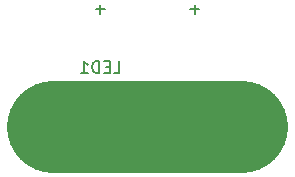
<source format=gbo>
%TF.GenerationSoftware,KiCad,Pcbnew,4.0.4+e1-6308~48~ubuntu16.04.1-stable*%
%TF.CreationDate,2016-12-19T13:29:00-08:00*%
%TF.ProjectId,2x3-LED-TH-Magnet,3278332D4C45442D54482D4D61676E65,1.0*%
%TF.FileFunction,Legend,Bot*%
%FSLAX46Y46*%
G04 Gerber Fmt 4.6, Leading zero omitted, Abs format (unit mm)*
G04 Created by KiCad (PCBNEW 4.0.4+e1-6308~48~ubuntu16.04.1-stable) date Mon Dec 19 13:29:00 2016*
%MOMM*%
%LPD*%
G01*
G04 APERTURE LIST*
%ADD10C,0.350000*%
%ADD11C,7.800000*%
%ADD12C,0.150000*%
G04 APERTURE END LIST*
D10*
D11*
X141480000Y-101600000D02*
X157480000Y-101600000D01*
D12*
X146599047Y-97052381D02*
X147075238Y-97052381D01*
X147075238Y-96052381D01*
X146265714Y-96528571D02*
X145932380Y-96528571D01*
X145789523Y-97052381D02*
X146265714Y-97052381D01*
X146265714Y-96052381D01*
X145789523Y-96052381D01*
X145360952Y-97052381D02*
X145360952Y-96052381D01*
X145122857Y-96052381D01*
X144979999Y-96100000D01*
X144884761Y-96195238D01*
X144837142Y-96290476D01*
X144789523Y-96480952D01*
X144789523Y-96623810D01*
X144837142Y-96814286D01*
X144884761Y-96909524D01*
X144979999Y-97004762D01*
X145122857Y-97052381D01*
X145360952Y-97052381D01*
X143837142Y-97052381D02*
X144408571Y-97052381D01*
X144122857Y-97052381D02*
X144122857Y-96052381D01*
X144218095Y-96195238D01*
X144313333Y-96290476D01*
X144408571Y-96338095D01*
X153860952Y-91671429D02*
X153099047Y-91671429D01*
X153479999Y-92052381D02*
X153479999Y-91290476D01*
X145860952Y-91671429D02*
X145099047Y-91671429D01*
X145479999Y-92052381D02*
X145479999Y-91290476D01*
M02*

</source>
